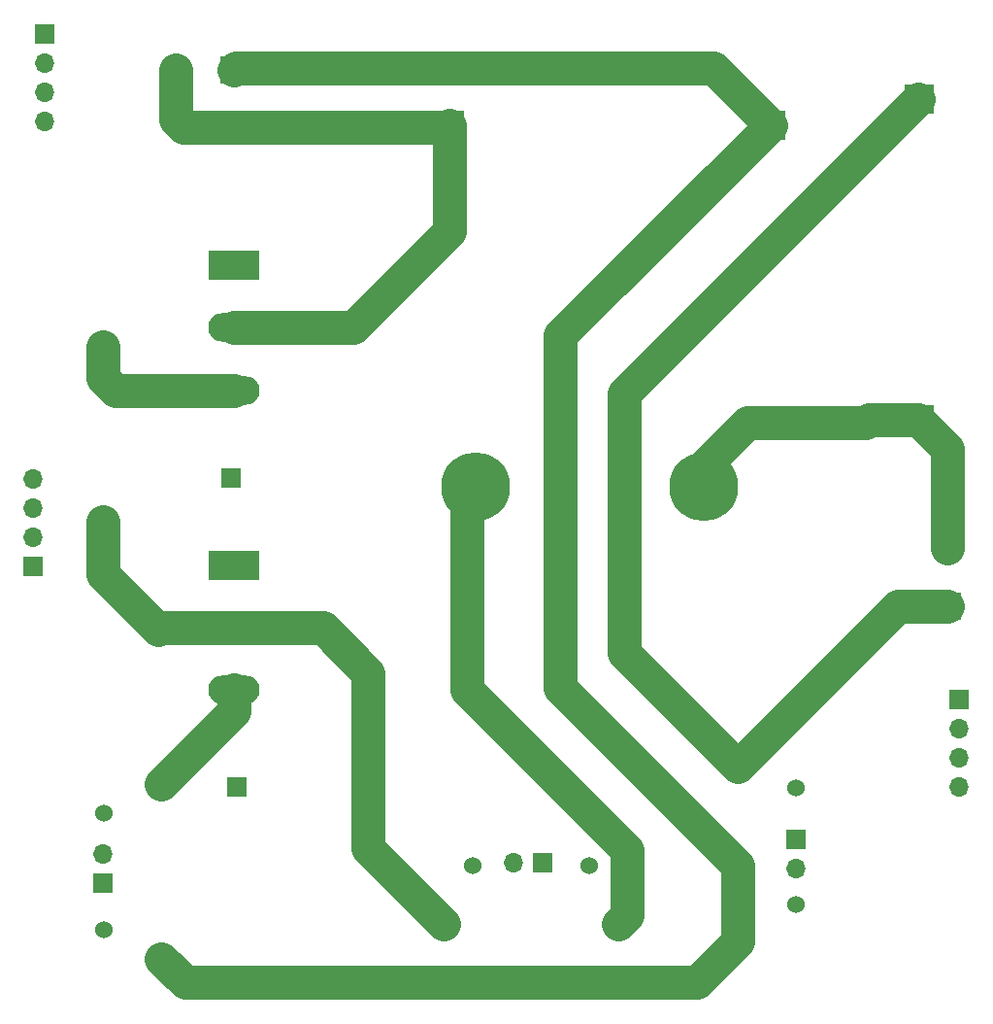
<source format=gbr>
%TF.GenerationSoftware,KiCad,Pcbnew,7.0.9*%
%TF.CreationDate,2023-12-08T23:47:41+01:00*%
%TF.ProjectId,SMPS_V1_power,534d5053-5f56-4315-9f70-6f7765722e6b,rev?*%
%TF.SameCoordinates,Original*%
%TF.FileFunction,Copper,L2,Bot*%
%TF.FilePolarity,Positive*%
%FSLAX46Y46*%
G04 Gerber Fmt 4.6, Leading zero omitted, Abs format (unit mm)*
G04 Created by KiCad (PCBNEW 7.0.9) date 2023-12-08 23:47:41*
%MOMM*%
%LPD*%
G01*
G04 APERTURE LIST*
%TA.AperFunction,ComponentPad*%
%ADD10R,1.700000X1.700000*%
%TD*%
%TA.AperFunction,ComponentPad*%
%ADD11C,2.400000*%
%TD*%
%TA.AperFunction,ComponentPad*%
%ADD12C,1.524000*%
%TD*%
%TA.AperFunction,ComponentPad*%
%ADD13O,2.400000X2.400000*%
%TD*%
%TA.AperFunction,ComponentPad*%
%ADD14R,4.500000X2.500000*%
%TD*%
%TA.AperFunction,ComponentPad*%
%ADD15O,4.500000X2.500000*%
%TD*%
%TA.AperFunction,ComponentPad*%
%ADD16R,2.500000X2.500000*%
%TD*%
%TA.AperFunction,ComponentPad*%
%ADD17O,1.700000X1.700000*%
%TD*%
%TA.AperFunction,ComponentPad*%
%ADD18R,2.400000X2.400000*%
%TD*%
%TA.AperFunction,ComponentPad*%
%ADD19C,6.000000*%
%TD*%
%TA.AperFunction,ComponentPad*%
%ADD20C,2.800000*%
%TD*%
%TA.AperFunction,ComponentPad*%
%ADD21O,2.800000X2.800000*%
%TD*%
%TA.AperFunction,Conductor*%
%ADD22C,3.000000*%
%TD*%
G04 APERTURE END LIST*
D10*
%TO.P,J18,1,Pin_1*%
%TO.N,Net-(J18-Pin_1)*%
X202334000Y-111934000D03*
%TD*%
D11*
%TO.P,R15,1,1*%
%TO.N,GND_P*%
X195758500Y-126920000D03*
D12*
%TO.P,R15,2,2*%
%TO.N,Net-(J19-Pin_1)*%
X190678500Y-124380000D03*
%TO.P,R15,3,3*%
%TO.N,Net-(J19-Pin_2)*%
X190678500Y-114220000D03*
D13*
%TO.P,R15,4,4*%
%TO.N,Net-(J18-Pin_1)*%
X195758500Y-111680000D03*
%TD*%
D14*
%TO.P,Q3,1,G*%
%TO.N,Net-(Q3-G)*%
X202080000Y-66490000D03*
D15*
%TO.P,Q3,2,D*%
%TO.N,V400_IN*%
X202080000Y-71940000D03*
%TO.P,Q3,3,S*%
%TO.N,Net-(J17-Pin_1)*%
X202080000Y-77390000D03*
%TD*%
D16*
%TO.P,C13,1*%
%TO.N,Out*%
X261800000Y-79990000D03*
%TO.P,C13,2*%
%TO.N,Out_G*%
X261800000Y-51990000D03*
%TD*%
D14*
%TO.P,Q4,1,G*%
%TO.N,Net-(Q4-G)*%
X202080000Y-92630000D03*
D15*
%TO.P,Q4,2,D*%
%TO.N,Net-(Q4-D)*%
X202080000Y-98080000D03*
%TO.P,Q4,3,S*%
%TO.N,Net-(J18-Pin_1)*%
X202080000Y-103530000D03*
%TD*%
D10*
%TO.P,J19,1,Pin_1*%
%TO.N,Net-(J19-Pin_1)*%
X190650000Y-120316000D03*
D17*
%TO.P,J19,2,Pin_2*%
%TO.N,Net-(J19-Pin_2)*%
X190650000Y-117776000D03*
%TD*%
D18*
%TO.P,J16,1,1*%
%TO.N,GND_P*%
X202080000Y-49450000D03*
D11*
%TO.P,J16,2,2*%
%TO.N,V400_IN*%
X197000000Y-49450000D03*
%TD*%
D19*
%TO.P,L1,1,1*%
%TO.N,Net-(L1-Pad1)*%
X223118000Y-85772000D03*
%TO.P,L1,2,2*%
%TO.N,Out*%
X243018000Y-85772000D03*
%TD*%
D11*
%TO.P,R16,1,1*%
%TO.N,Net-(Q4-D)*%
X220368000Y-123872000D03*
D12*
%TO.P,R16,2,2*%
%TO.N,Net-(J20-Pin_2)*%
X222908000Y-118792000D03*
%TO.P,R16,3,3*%
%TO.N,Net-(J20-Pin_1)*%
X233068000Y-118792000D03*
D13*
%TO.P,R16,4,4*%
%TO.N,Net-(L1-Pad1)*%
X235608000Y-123872000D03*
%TD*%
D10*
%TO.P,J22,1,Pin_1*%
%TO.N,Out_G*%
X265326000Y-104314000D03*
D17*
%TO.P,J22,2,Pin_2*%
%TO.N,Net-(J22-Pin_2)*%
X265326000Y-106854000D03*
%TO.P,J22,3,Pin_3*%
%TO.N,Net-(J22-Pin_3)*%
X265326000Y-109394000D03*
%TO.P,J22,4,Pin_4*%
%TO.N,Net-(J22-Pin_4)*%
X265326000Y-111934000D03*
%TD*%
D16*
%TO.P,C12,1*%
%TO.N,V400_IN*%
X220846000Y-54276000D03*
%TO.P,C12,2*%
%TO.N,GND_P*%
X248846000Y-54276000D03*
%TD*%
D10*
%TO.P,J15,1,Pin_1*%
%TO.N,GND_P*%
X185500000Y-46380000D03*
D17*
%TO.P,J15,2,Pin_2*%
%TO.N,Net-(J15-Pin_2)*%
X185500000Y-48920000D03*
%TO.P,J15,3,Pin_3*%
%TO.N,Net-(J15-Pin_3)*%
X185500000Y-51460000D03*
%TO.P,J15,4,Pin_4*%
%TO.N,Net-(J15-Pin_4)*%
X185500000Y-54000000D03*
%TD*%
D10*
%TO.P,J17,1,Pin_1*%
%TO.N,Net-(J17-Pin_1)*%
X201826000Y-85010000D03*
%TD*%
D18*
%TO.P,J23,1,1*%
%TO.N,Out_G*%
X264264500Y-96186000D03*
D11*
%TO.P,J23,2,2*%
%TO.N,Out*%
X264264500Y-91106000D03*
%TD*%
D10*
%TO.P,J21,1,Pin_1*%
%TO.N,Net-(J21-Pin_1)*%
X251102000Y-116500000D03*
D17*
%TO.P,J21,2,Pin_2*%
%TO.N,Net-(J21-Pin_2)*%
X251102000Y-119040000D03*
%TD*%
D20*
%TO.P,R13,1*%
%TO.N,Net-(Q4-D)*%
X190650000Y-88820000D03*
D21*
%TO.P,R13,2*%
%TO.N,Net-(J17-Pin_1)*%
X190650000Y-73580000D03*
%TD*%
D11*
%TO.P,R19,1,1*%
%TO.N,Out_G*%
X246022000Y-109500000D03*
D12*
%TO.P,R19,2,2*%
%TO.N,Net-(J21-Pin_1)*%
X251102000Y-112040000D03*
%TO.P,R19,3,3*%
%TO.N,Net-(J21-Pin_2)*%
X251102000Y-122200000D03*
D13*
%TO.P,R19,4,4*%
%TO.N,GND_P*%
X246022000Y-124740000D03*
%TD*%
D10*
%TO.P,J20,1,Pin_1*%
%TO.N,Net-(J20-Pin_1)*%
X229004000Y-118538000D03*
D17*
%TO.P,J20,2,Pin_2*%
%TO.N,Net-(J20-Pin_2)*%
X226464000Y-118538000D03*
%TD*%
D10*
%TO.P,J24,1,Pin_1*%
%TO.N,Net-(J18-Pin_1)*%
X184554000Y-92731600D03*
D17*
%TO.P,J24,2,Pin_2*%
%TO.N,Net-(J24-Pin_2)*%
X184554000Y-90191600D03*
%TO.P,J24,3,Pin_3*%
%TO.N,Net-(J17-Pin_1)*%
X184554000Y-87651600D03*
%TO.P,J24,4,Pin_4*%
%TO.N,Net-(J24-Pin_4)*%
X184554000Y-85111600D03*
%TD*%
D22*
%TO.N,Out*%
X257392000Y-79990000D02*
X261770000Y-79990000D01*
X243018000Y-83994000D02*
X246828000Y-80184000D01*
X257198000Y-80184000D02*
X257392000Y-79990000D01*
X264264500Y-91106000D02*
X264264500Y-82484500D01*
X246828000Y-80184000D02*
X257198000Y-80184000D01*
X243018000Y-85772000D02*
X243018000Y-83994000D01*
X264264500Y-82484500D02*
X261770000Y-79990000D01*
%TO.N,Out_G*%
X246022000Y-110156000D02*
X236116000Y-100250000D01*
X236116000Y-100250000D02*
X236116000Y-77644000D01*
X246022000Y-110156000D02*
X259992000Y-96186000D01*
X236116000Y-77644000D02*
X261770000Y-51990000D01*
X259992000Y-96186000D02*
X264264500Y-96186000D01*
%TO.N,V400_IN*%
X220672000Y-54450000D02*
X220846000Y-54276000D01*
X212420000Y-71940000D02*
X205330000Y-71940000D01*
X220846000Y-63514000D02*
X212420000Y-71940000D01*
X220846000Y-54276000D02*
X220846000Y-63514000D01*
X197680000Y-54450000D02*
X220672000Y-54450000D01*
X205330000Y-71940000D02*
X202080000Y-71940000D01*
X197000000Y-53770000D02*
X197680000Y-54450000D01*
X197000000Y-49450000D02*
X197000000Y-53770000D01*
%TO.N,GND_P*%
X243846000Y-49276000D02*
X202254000Y-49276000D01*
X195730000Y-126920000D02*
X197810000Y-129000000D01*
X230528000Y-72594000D02*
X248846000Y-54276000D01*
X202254000Y-49276000D02*
X202080000Y-49450000D01*
X197810000Y-129000000D02*
X242418000Y-129000000D01*
X246022000Y-125396000D02*
X246022000Y-118792000D01*
X230528000Y-103298000D02*
X230528000Y-72594000D01*
X248846000Y-54276000D02*
X243846000Y-49276000D01*
X246022000Y-118792000D02*
X230528000Y-103298000D01*
X242418000Y-129000000D02*
X246022000Y-125396000D01*
%TO.N,Net-(L1-Pad1)*%
X223118000Y-85772000D02*
X222400000Y-86490000D01*
X236330000Y-117440835D02*
X236330000Y-123150000D01*
X222400000Y-103510835D02*
X236330000Y-117440835D01*
X236330000Y-123150000D02*
X235608000Y-123872000D01*
X222400000Y-86490000D02*
X222400000Y-103510835D01*
%TO.N,Net-(J18-Pin_1)*%
X202080000Y-105330000D02*
X195730000Y-111680000D01*
X202080000Y-103530000D02*
X202080000Y-105330000D01*
%TO.N,Net-(J17-Pin_1)*%
X191740000Y-77390000D02*
X190650000Y-76300000D01*
X190650000Y-76300000D02*
X190650000Y-73580000D01*
X198830000Y-77390000D02*
X191740000Y-77390000D01*
X202080000Y-77390000D02*
X198830000Y-77390000D01*
%TO.N,Net-(Q4-D)*%
X209816000Y-98080000D02*
X213764000Y-102028000D01*
X190650000Y-93392000D02*
X195476000Y-98218000D01*
X202080000Y-98080000D02*
X209816000Y-98080000D01*
X195476000Y-98218000D02*
X195614000Y-98080000D01*
X213764000Y-117268000D02*
X220368000Y-123872000D01*
X213764000Y-102028000D02*
X213764000Y-117268000D01*
X190650000Y-88820000D02*
X190650000Y-93392000D01*
X195614000Y-98080000D02*
X202080000Y-98080000D01*
%TD*%
M02*

</source>
